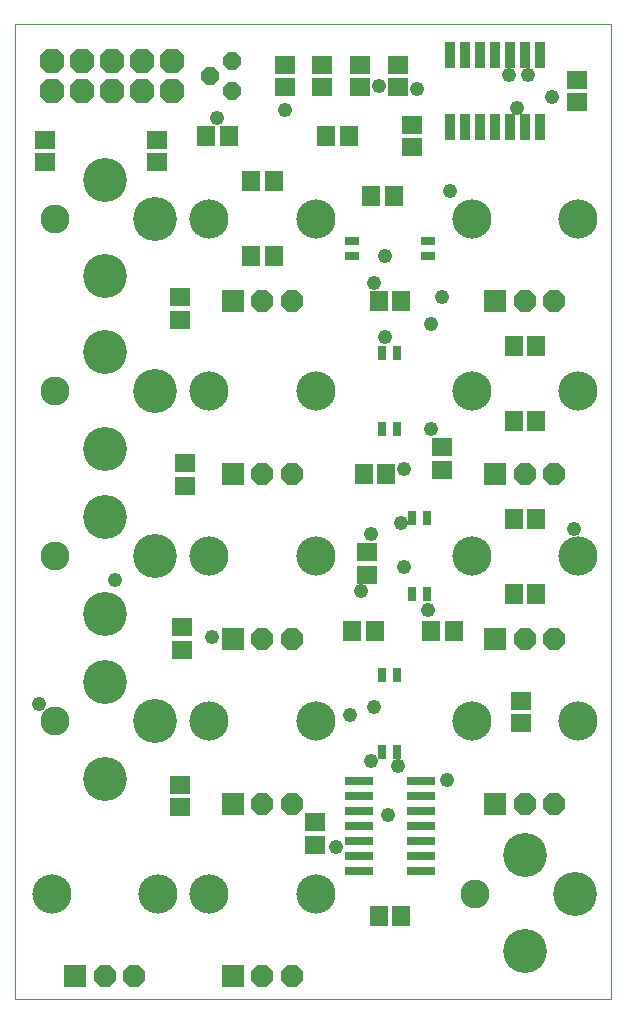
<source format=gbs>
G75*
%MOIN*%
%OFA0B0*%
%FSLAX25Y25*%
%IPPOS*%
%LPD*%
%AMOC8*
5,1,8,0,0,1.08239X$1,22.5*
%
%ADD10C,0.00000*%
%ADD11R,0.06706X0.05918*%
%ADD12R,0.05918X0.06706*%
%ADD13R,0.03400X0.08800*%
%ADD14OC8,0.06000*%
%ADD15C,0.14643*%
%ADD16C,0.09658*%
%ADD17R,0.04737X0.02769*%
%ADD18R,0.02769X0.04737*%
%ADD19OC8,0.08200*%
%ADD20R,0.07296X0.07296*%
%ADD21OC8,0.07296*%
%ADD22C,0.13068*%
%ADD23R,0.09461X0.03162*%
%ADD24C,0.04800*%
D10*
X0003000Y0001000D02*
X0003000Y0325961D01*
X0201701Y0325961D01*
X0201701Y0001000D01*
X0003000Y0001000D01*
D11*
X0058000Y0064760D03*
X0058000Y0072240D03*
X0058852Y0117260D03*
X0058852Y0124740D03*
X0059640Y0171962D03*
X0059640Y0179442D03*
X0058000Y0227260D03*
X0058000Y0234740D03*
X0050500Y0279760D03*
X0050500Y0287240D03*
X0013000Y0287240D03*
X0013000Y0279760D03*
X0093000Y0304760D03*
X0093000Y0312240D03*
X0105500Y0312240D03*
X0105500Y0304760D03*
X0118000Y0304760D03*
X0118000Y0312240D03*
X0130732Y0312293D03*
X0130732Y0304813D03*
X0135500Y0292240D03*
X0135500Y0284760D03*
X0190500Y0299760D03*
X0190500Y0307240D03*
X0145500Y0184740D03*
X0145500Y0177260D03*
X0120500Y0149740D03*
X0120500Y0142260D03*
X0103000Y0059740D03*
X0103000Y0052260D03*
X0171623Y0092797D03*
X0171623Y0100278D03*
D12*
X0169260Y0136000D03*
X0176740Y0136000D03*
X0176740Y0161000D03*
X0169260Y0161000D03*
X0169260Y0193500D03*
X0176740Y0193500D03*
X0176740Y0218500D03*
X0169260Y0218500D03*
X0131740Y0233500D03*
X0124260Y0233500D03*
X0121760Y0268500D03*
X0129240Y0268500D03*
X0114240Y0288500D03*
X0106760Y0288500D03*
X0089240Y0273500D03*
X0081760Y0273500D03*
X0074240Y0288500D03*
X0066760Y0288500D03*
X0081760Y0248500D03*
X0089240Y0248500D03*
X0119260Y0176000D03*
X0126740Y0176000D03*
X0122985Y0123503D03*
X0115505Y0123503D03*
X0141760Y0123500D03*
X0149240Y0123500D03*
X0131740Y0028500D03*
X0124260Y0028500D03*
D13*
X0148000Y0291400D03*
X0153000Y0291400D03*
X0158000Y0291400D03*
X0163000Y0291400D03*
X0168000Y0291400D03*
X0173000Y0291400D03*
X0178000Y0291400D03*
X0178000Y0315600D03*
X0173000Y0315600D03*
X0168000Y0315600D03*
X0163000Y0315600D03*
X0158000Y0315600D03*
X0153000Y0315600D03*
X0148000Y0315600D03*
D14*
X0075500Y0313500D03*
X0075500Y0303500D03*
X0068000Y0308500D03*
D15*
X0049535Y0261000D03*
X0033000Y0273992D03*
X0033000Y0241709D03*
X0033000Y0216492D03*
X0049535Y0203500D03*
X0033000Y0184209D03*
X0033000Y0161492D03*
X0049535Y0148500D03*
X0033000Y0129209D03*
X0033000Y0106492D03*
X0049535Y0093500D03*
X0033000Y0074209D03*
X0173000Y0048992D03*
X0189535Y0036000D03*
X0173000Y0016709D03*
D16*
X0156465Y0036000D03*
X0016465Y0093500D03*
X0016465Y0148500D03*
X0016465Y0203500D03*
X0016465Y0261000D03*
D17*
X0115244Y0253500D03*
X0115244Y0248500D03*
X0140756Y0248500D03*
X0140756Y0253500D03*
D18*
X0130500Y0216256D03*
X0125500Y0216256D03*
X0125500Y0190744D03*
X0130500Y0190744D03*
X0135500Y0161256D03*
X0140500Y0161256D03*
X0140500Y0135744D03*
X0135500Y0135744D03*
X0130500Y0108756D03*
X0125500Y0108756D03*
X0125500Y0083244D03*
X0130500Y0083244D03*
D19*
X0055500Y0303500D03*
X0055500Y0313500D03*
X0045500Y0313500D03*
X0045500Y0303500D03*
X0035500Y0303500D03*
X0035500Y0313500D03*
X0025500Y0313500D03*
X0025500Y0303500D03*
X0015500Y0303500D03*
X0015500Y0313500D03*
D20*
X0075657Y0233441D03*
X0075657Y0175941D03*
X0075657Y0120941D03*
X0075657Y0065941D03*
X0075657Y0008441D03*
X0023157Y0008441D03*
X0163157Y0065941D03*
X0163157Y0120941D03*
X0163157Y0175941D03*
X0163157Y0233441D03*
D21*
X0173000Y0233441D03*
X0182843Y0233441D03*
X0182843Y0175941D03*
X0173000Y0175941D03*
X0173000Y0120941D03*
X0182843Y0120941D03*
X0182843Y0065941D03*
X0173000Y0065941D03*
X0095343Y0065941D03*
X0085500Y0065941D03*
X0085500Y0120941D03*
X0095343Y0120941D03*
X0095343Y0175941D03*
X0085500Y0175941D03*
X0085500Y0233441D03*
X0095343Y0233441D03*
X0095343Y0008441D03*
X0085500Y0008441D03*
X0042843Y0008441D03*
X0033000Y0008441D03*
D22*
X0015283Y0036000D03*
X0050717Y0036000D03*
X0067783Y0036000D03*
X0103217Y0036000D03*
X0103217Y0093500D03*
X0103217Y0148500D03*
X0103217Y0203500D03*
X0103217Y0261000D03*
X0067783Y0261000D03*
X0067783Y0203500D03*
X0067783Y0148500D03*
X0067783Y0093500D03*
X0155283Y0093500D03*
X0155283Y0148500D03*
X0155283Y0203500D03*
X0155283Y0261000D03*
X0190717Y0261000D03*
X0190717Y0203500D03*
X0190717Y0148500D03*
X0190717Y0093500D03*
D23*
X0138236Y0073500D03*
X0138236Y0068500D03*
X0138236Y0063500D03*
X0138236Y0058500D03*
X0138236Y0053500D03*
X0138236Y0048500D03*
X0138236Y0043500D03*
X0117764Y0043500D03*
X0117764Y0048500D03*
X0117764Y0053500D03*
X0117764Y0058500D03*
X0117764Y0063500D03*
X0117764Y0068500D03*
X0117764Y0073500D03*
D24*
X0121800Y0080200D03*
X0130800Y0078400D03*
X0127200Y0062200D03*
X0110100Y0051400D03*
X0114600Y0095500D03*
X0122700Y0098200D03*
X0140700Y0130600D03*
X0132600Y0145000D03*
X0131700Y0159400D03*
X0121800Y0155800D03*
X0118200Y0136900D03*
X0132600Y0177400D03*
X0141600Y0190900D03*
X0126300Y0221500D03*
X0122700Y0239500D03*
X0126300Y0248500D03*
X0141600Y0226000D03*
X0145200Y0235000D03*
X0147900Y0270100D03*
X0137100Y0304300D03*
X0124500Y0305200D03*
X0093000Y0297100D03*
X0070500Y0294400D03*
X0036300Y0140500D03*
X0011100Y0099100D03*
X0068700Y0121600D03*
X0147000Y0073900D03*
X0189300Y0157600D03*
X0170400Y0298000D03*
X0167700Y0308800D03*
X0174000Y0308800D03*
X0182100Y0301600D03*
M02*

</source>
